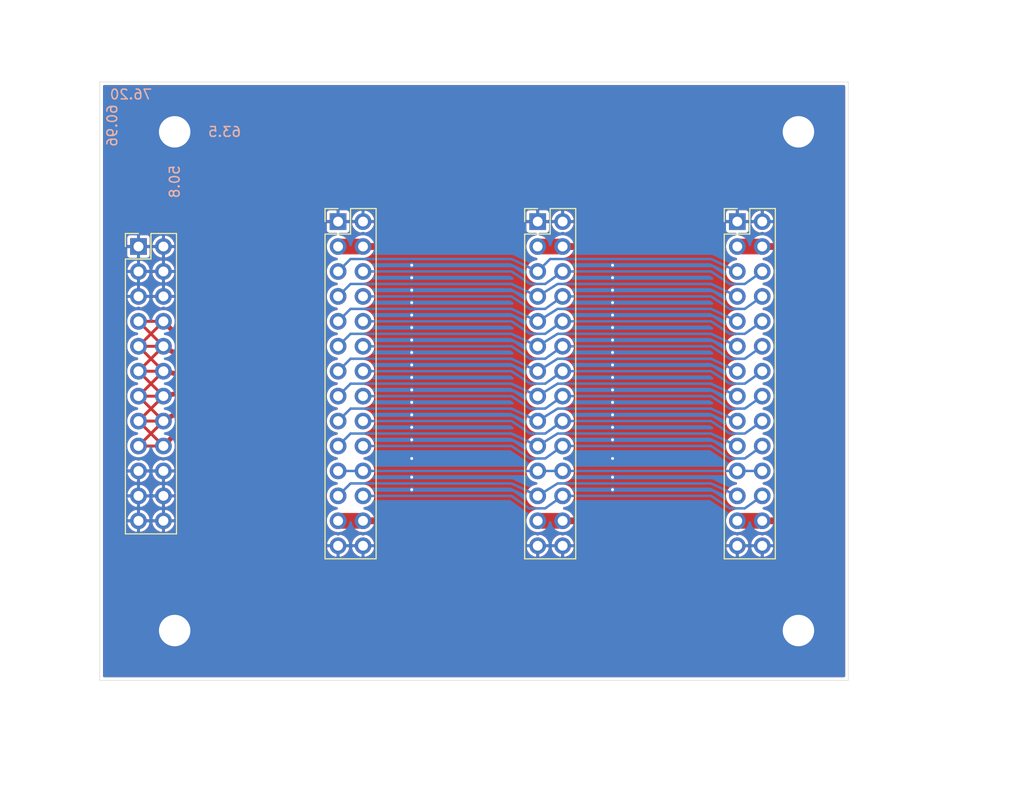
<source format=kicad_pcb>
(kicad_pcb (version 20171130) (host pcbnew 5.1.5+dfsg1-2build2)
  (layers (0 F.Cu signal) (31 B.Cu signal) (34 B.Paste user) (35 F.Paste user) (36 B.SilkS user) (37 F.SilkS user) (38 B.Mask user) (39 F.Mask user) (44 Edge.Cuts user))
  (net 0 "")
  (net 1 GND)
  (net 2 +5V)
  (net 3 WR)
  (net 4 RD)
  (net 5 CLK)
  (net 6 D7)
  (net 7 A7)
  (net 8 D6)
  (net 9 A6)
  (net 10 D5)
  (net 11 A5)
  (net 12 D4)
  (net 13 A4)
  (net 14 D3)
  (net 15 A3)
  (net 16 D2)
  (net 17 A2)
  (net 18 D1)
  (net 19 A1)
  (net 20 D0)
  (net 21 A0)
  (module Connector_PinHeader_2.54mm:PinHeader_2x14_P2.54mm_Vertical (layer F.Cu) (at 209.677 115.824)
    (fp_text reference J4 hide)
    (fp_text value bus_i hide)
    (fp_line (start -1.33 -1.33) (end 0 -1.33) (layer F.SilkS) (width 0.12))
    (fp_line (start -1.33 0) (end -1.33 -1.33) (layer F.SilkS) (width 0.12))
    (fp_line (start 1.27 -1.33) (end 3.87 -1.33) (layer F.SilkS) (width 0.12))
    (fp_line (start 1.27 1.27) (end 1.27 -1.33) (layer F.SilkS) (width 0.12))
    (fp_line (start -1.33 1.27) (end 1.27 1.27) (layer F.SilkS) (width 0.12))
    (fp_line (start 3.87 -1.33) (end 3.87 34.35) (layer F.SilkS) (width 0.12))
    (fp_line (start -1.33 1.27) (end -1.33 34.35) (layer F.SilkS) (width 0.12))
    (fp_line (start -1.33 34.35) (end 3.87 34.35) (layer F.SilkS) (width 0.12))
    (pad 28 thru_hole oval (at 2.54 33.02) (size 1.7 1.7) (drill 1) (layers *.Cu *.Mask) (net 1 GND))
    (pad 27 thru_hole oval (at 0 33.02) (size 1.7 1.7) (drill 1) (layers *.Cu *.Mask) (net 1 GND))
    (pad 26 thru_hole oval (at 2.54 30.48) (size 1.7 1.7) (drill 1) (layers *.Cu *.Mask) (net 2 +5V))
    (pad 25 thru_hole oval (at 0 30.48) (size 1.7 1.7) (drill 1) (layers *.Cu *.Mask) (net 2 +5V))
    (pad 24 thru_hole oval (at 2.54 27.94) (size 1.7 1.7) (drill 1) (layers *.Cu *.Mask) (net 3 WR))
    (pad 23 thru_hole oval (at 0 27.94) (size 1.7 1.7) (drill 1) (layers *.Cu *.Mask) (net 4 RD))
    (pad 22 thru_hole oval (at 2.54 25.4) (size 1.7 1.7) (drill 1) (layers *.Cu *.Mask) (net 5 CLK))
    (pad 21 thru_hole oval (at 0 25.4) (size 1.7 1.7) (drill 1) (layers *.Cu *.Mask) (net 5 CLK))
    (pad 20 thru_hole oval (at 2.54 22.86) (size 1.7 1.7) (drill 1) (layers *.Cu *.Mask) (net 6 D7))
    (pad 19 thru_hole oval (at 0 22.86) (size 1.7 1.7) (drill 1) (layers *.Cu *.Mask) (net 7 A7))
    (pad 18 thru_hole oval (at 2.54 20.32) (size 1.7 1.7) (drill 1) (layers *.Cu *.Mask) (net 8 D6))
    (pad 17 thru_hole oval (at 0 20.32) (size 1.7 1.7) (drill 1) (layers *.Cu *.Mask) (net 9 A6))
    (pad 16 thru_hole oval (at 2.54 17.78) (size 1.7 1.7) (drill 1) (layers *.Cu *.Mask) (net 10 D5))
    (pad 15 thru_hole oval (at 0 17.78) (size 1.7 1.7) (drill 1) (layers *.Cu *.Mask) (net 11 A5))
    (pad 14 thru_hole oval (at 2.54 15.24) (size 1.7 1.7) (drill 1) (layers *.Cu *.Mask) (net 12 D4))
    (pad 13 thru_hole oval (at 0 15.24) (size 1.7 1.7) (drill 1) (layers *.Cu *.Mask) (net 13 A4))
    (pad 12 thru_hole oval (at 2.54 12.7) (size 1.7 1.7) (drill 1) (layers *.Cu *.Mask) (net 14 D3))
    (pad 11 thru_hole oval (at 0 12.7) (size 1.7 1.7) (drill 1) (layers *.Cu *.Mask) (net 15 A3))
    (pad 10 thru_hole oval (at 2.54 10.16) (size 1.7 1.7) (drill 1) (layers *.Cu *.Mask) (net 16 D2))
    (pad 9 thru_hole oval (at 0 10.16) (size 1.7 1.7) (drill 1) (layers *.Cu *.Mask) (net 17 A2))
    (pad 8 thru_hole oval (at 2.54 7.62) (size 1.7 1.7) (drill 1) (layers *.Cu *.Mask) (net 18 D1))
    (pad 7 thru_hole oval (at 0 7.62) (size 1.7 1.7) (drill 1) (layers *.Cu *.Mask) (net 19 A1))
    (pad 6 thru_hole oval (at 2.54 5.08) (size 1.7 1.7) (drill 1) (layers *.Cu *.Mask) (net 20 D0))
    (pad 5 thru_hole oval (at 0 5.08) (size 1.7 1.7) (drill 1) (layers *.Cu *.Mask) (net 21 A0))
    (pad 4 thru_hole oval (at 2.54 2.54) (size 1.7 1.7) (drill 1) (layers *.Cu *.Mask) (net 2 +5V))
    (pad 3 thru_hole oval (at 0 2.54) (size 1.7 1.7) (drill 1) (layers *.Cu *.Mask) (net 2 +5V))
    (pad 2 thru_hole oval (at 2.54 0) (size 1.7 1.7) (drill 1) (layers *.Cu *.Mask) (net 1 GND))
    (pad 1 thru_hole rect (at 0 0) (size 1.7 1.7) (drill 1) (layers *.Cu *.Mask) (net 1 GND))
  )
  (module Connector_PinHeader_2.54mm:PinHeader_2x14_P2.54mm_Vertical (layer F.Cu) (at 189.357 115.824)
    (fp_text reference J3 hide)
    (fp_text value bus_i hide)
    (fp_line (start -1.33 -1.33) (end 0 -1.33) (layer F.SilkS) (width 0.12))
    (fp_line (start -1.33 0) (end -1.33 -1.33) (layer F.SilkS) (width 0.12))
    (fp_line (start 1.27 -1.33) (end 3.87 -1.33) (layer F.SilkS) (width 0.12))
    (fp_line (start 1.27 1.27) (end 1.27 -1.33) (layer F.SilkS) (width 0.12))
    (fp_line (start -1.33 1.27) (end 1.27 1.27) (layer F.SilkS) (width 0.12))
    (fp_line (start 3.87 -1.33) (end 3.87 34.35) (layer F.SilkS) (width 0.12))
    (fp_line (start -1.33 1.27) (end -1.33 34.35) (layer F.SilkS) (width 0.12))
    (fp_line (start -1.33 34.35) (end 3.87 34.35) (layer F.SilkS) (width 0.12))
    (pad 28 thru_hole oval (at 2.54 33.02) (size 1.7 1.7) (drill 1) (layers *.Cu *.Mask) (net 1 GND))
    (pad 27 thru_hole oval (at 0 33.02) (size 1.7 1.7) (drill 1) (layers *.Cu *.Mask) (net 1 GND))
    (pad 26 thru_hole oval (at 2.54 30.48) (size 1.7 1.7) (drill 1) (layers *.Cu *.Mask) (net 2 +5V))
    (pad 25 thru_hole oval (at 0 30.48) (size 1.7 1.7) (drill 1) (layers *.Cu *.Mask) (net 2 +5V))
    (pad 24 thru_hole oval (at 2.54 27.94) (size 1.7 1.7) (drill 1) (layers *.Cu *.Mask) (net 3 WR))
    (pad 23 thru_hole oval (at 0 27.94) (size 1.7 1.7) (drill 1) (layers *.Cu *.Mask) (net 4 RD))
    (pad 22 thru_hole oval (at 2.54 25.4) (size 1.7 1.7) (drill 1) (layers *.Cu *.Mask) (net 5 CLK))
    (pad 21 thru_hole oval (at 0 25.4) (size 1.7 1.7) (drill 1) (layers *.Cu *.Mask) (net 5 CLK))
    (pad 20 thru_hole oval (at 2.54 22.86) (size 1.7 1.7) (drill 1) (layers *.Cu *.Mask) (net 6 D7))
    (pad 19 thru_hole oval (at 0 22.86) (size 1.7 1.7) (drill 1) (layers *.Cu *.Mask) (net 7 A7))
    (pad 18 thru_hole oval (at 2.54 20.32) (size 1.7 1.7) (drill 1) (layers *.Cu *.Mask) (net 8 D6))
    (pad 17 thru_hole oval (at 0 20.32) (size 1.7 1.7) (drill 1) (layers *.Cu *.Mask) (net 9 A6))
    (pad 16 thru_hole oval (at 2.54 17.78) (size 1.7 1.7) (drill 1) (layers *.Cu *.Mask) (net 10 D5))
    (pad 15 thru_hole oval (at 0 17.78) (size 1.7 1.7) (drill 1) (layers *.Cu *.Mask) (net 11 A5))
    (pad 14 thru_hole oval (at 2.54 15.24) (size 1.7 1.7) (drill 1) (layers *.Cu *.Mask) (net 12 D4))
    (pad 13 thru_hole oval (at 0 15.24) (size 1.7 1.7) (drill 1) (layers *.Cu *.Mask) (net 13 A4))
    (pad 12 thru_hole oval (at 2.54 12.7) (size 1.7 1.7) (drill 1) (layers *.Cu *.Mask) (net 14 D3))
    (pad 11 thru_hole oval (at 0 12.7) (size 1.7 1.7) (drill 1) (layers *.Cu *.Mask) (net 15 A3))
    (pad 10 thru_hole oval (at 2.54 10.16) (size 1.7 1.7) (drill 1) (layers *.Cu *.Mask) (net 16 D2))
    (pad 9 thru_hole oval (at 0 10.16) (size 1.7 1.7) (drill 1) (layers *.Cu *.Mask) (net 17 A2))
    (pad 8 thru_hole oval (at 2.54 7.62) (size 1.7 1.7) (drill 1) (layers *.Cu *.Mask) (net 18 D1))
    (pad 7 thru_hole oval (at 0 7.62) (size 1.7 1.7) (drill 1) (layers *.Cu *.Mask) (net 19 A1))
    (pad 6 thru_hole oval (at 2.54 5.08) (size 1.7 1.7) (drill 1) (layers *.Cu *.Mask) (net 20 D0))
    (pad 5 thru_hole oval (at 0 5.08) (size 1.7 1.7) (drill 1) (layers *.Cu *.Mask) (net 21 A0))
    (pad 4 thru_hole oval (at 2.54 2.54) (size 1.7 1.7) (drill 1) (layers *.Cu *.Mask) (net 2 +5V))
    (pad 3 thru_hole oval (at 0 2.54) (size 1.7 1.7) (drill 1) (layers *.Cu *.Mask) (net 2 +5V))
    (pad 2 thru_hole oval (at 2.54 0) (size 1.7 1.7) (drill 1) (layers *.Cu *.Mask) (net 1 GND))
    (pad 1 thru_hole rect (at 0 0) (size 1.7 1.7) (drill 1) (layers *.Cu *.Mask) (net 1 GND))
  )
  (module Connector_PinHeader_2.54mm:PinHeader_2x14_P2.54mm_Vertical (layer F.Cu) (at 169.037 115.824)
    (fp_text reference J2 hide)
    (fp_text value bus_i hide)
    (fp_line (start -1.33 -1.33) (end 0 -1.33) (layer F.SilkS) (width 0.12))
    (fp_line (start -1.33 0) (end -1.33 -1.33) (layer F.SilkS) (width 0.12))
    (fp_line (start 1.27 -1.33) (end 3.87 -1.33) (layer F.SilkS) (width 0.12))
    (fp_line (start 1.27 1.27) (end 1.27 -1.33) (layer F.SilkS) (width 0.12))
    (fp_line (start -1.33 1.27) (end 1.27 1.27) (layer F.SilkS) (width 0.12))
    (fp_line (start 3.87 -1.33) (end 3.87 34.35) (layer F.SilkS) (width 0.12))
    (fp_line (start -1.33 1.27) (end -1.33 34.35) (layer F.SilkS) (width 0.12))
    (fp_line (start -1.33 34.35) (end 3.87 34.35) (layer F.SilkS) (width 0.12))
    (pad 28 thru_hole oval (at 2.54 33.02) (size 1.7 1.7) (drill 1) (layers *.Cu *.Mask) (net 1 GND))
    (pad 27 thru_hole oval (at 0 33.02) (size 1.7 1.7) (drill 1) (layers *.Cu *.Mask) (net 1 GND))
    (pad 26 thru_hole oval (at 2.54 30.48) (size 1.7 1.7) (drill 1) (layers *.Cu *.Mask) (net 2 +5V))
    (pad 25 thru_hole oval (at 0 30.48) (size 1.7 1.7) (drill 1) (layers *.Cu *.Mask) (net 2 +5V))
    (pad 24 thru_hole oval (at 2.54 27.94) (size 1.7 1.7) (drill 1) (layers *.Cu *.Mask) (net 3 WR))
    (pad 23 thru_hole oval (at 0 27.94) (size 1.7 1.7) (drill 1) (layers *.Cu *.Mask) (net 4 RD))
    (pad 22 thru_hole oval (at 2.54 25.4) (size 1.7 1.7) (drill 1) (layers *.Cu *.Mask) (net 5 CLK))
    (pad 21 thru_hole oval (at 0 25.4) (size 1.7 1.7) (drill 1) (layers *.Cu *.Mask) (net 5 CLK))
    (pad 20 thru_hole oval (at 2.54 22.86) (size 1.7 1.7) (drill 1) (layers *.Cu *.Mask) (net 6 D7))
    (pad 19 thru_hole oval (at 0 22.86) (size 1.7 1.7) (drill 1) (layers *.Cu *.Mask) (net 7 A7))
    (pad 18 thru_hole oval (at 2.54 20.32) (size 1.7 1.7) (drill 1) (layers *.Cu *.Mask) (net 8 D6))
    (pad 17 thru_hole oval (at 0 20.32) (size 1.7 1.7) (drill 1) (layers *.Cu *.Mask) (net 9 A6))
    (pad 16 thru_hole oval (at 2.54 17.78) (size 1.7 1.7) (drill 1) (layers *.Cu *.Mask) (net 10 D5))
    (pad 15 thru_hole oval (at 0 17.78) (size 1.7 1.7) (drill 1) (layers *.Cu *.Mask) (net 11 A5))
    (pad 14 thru_hole oval (at 2.54 15.24) (size 1.7 1.7) (drill 1) (layers *.Cu *.Mask) (net 12 D4))
    (pad 13 thru_hole oval (at 0 15.24) (size 1.7 1.7) (drill 1) (layers *.Cu *.Mask) (net 13 A4))
    (pad 12 thru_hole oval (at 2.54 12.7) (size 1.7 1.7) (drill 1) (layers *.Cu *.Mask) (net 14 D3))
    (pad 11 thru_hole oval (at 0 12.7) (size 1.7 1.7) (drill 1) (layers *.Cu *.Mask) (net 15 A3))
    (pad 10 thru_hole oval (at 2.54 10.16) (size 1.7 1.7) (drill 1) (layers *.Cu *.Mask) (net 16 D2))
    (pad 9 thru_hole oval (at 0 10.16) (size 1.7 1.7) (drill 1) (layers *.Cu *.Mask) (net 17 A2))
    (pad 8 thru_hole oval (at 2.54 7.62) (size 1.7 1.7) (drill 1) (layers *.Cu *.Mask) (net 18 D1))
    (pad 7 thru_hole oval (at 0 7.62) (size 1.7 1.7) (drill 1) (layers *.Cu *.Mask) (net 19 A1))
    (pad 6 thru_hole oval (at 2.54 5.08) (size 1.7 1.7) (drill 1) (layers *.Cu *.Mask) (net 20 D0))
    (pad 5 thru_hole oval (at 0 5.08) (size 1.7 1.7) (drill 1) (layers *.Cu *.Mask) (net 21 A0))
    (pad 4 thru_hole oval (at 2.54 2.54) (size 1.7 1.7) (drill 1) (layers *.Cu *.Mask) (net 2 +5V))
    (pad 3 thru_hole oval (at 0 2.54) (size 1.7 1.7) (drill 1) (layers *.Cu *.Mask) (net 2 +5V))
    (pad 2 thru_hole oval (at 2.54 0) (size 1.7 1.7) (drill 1) (layers *.Cu *.Mask) (net 1 GND))
    (pad 1 thru_hole rect (at 0 0) (size 1.7 1.7) (drill 1) (layers *.Cu *.Mask) (net 1 GND))
  )
  (module Connector_PinHeader_2.54mm:PinHeader_2x12_P2.54mm_Vertical (layer F.Cu) (at 148.717 118.364)
    (fp_text reference J1 hide)
    (fp_text value bus_power_i hide)
    (fp_line (start -1.33 -1.33) (end 0 -1.33) (layer F.SilkS) (width 0.12))
    (fp_line (start -1.33 0) (end -1.33 -1.33) (layer F.SilkS) (width 0.12))
    (fp_line (start 1.27 -1.33) (end 3.87 -1.33) (layer F.SilkS) (width 0.12))
    (fp_line (start 1.27 1.27) (end 1.27 -1.33) (layer F.SilkS) (width 0.12))
    (fp_line (start -1.33 1.27) (end 1.27 1.27) (layer F.SilkS) (width 0.12))
    (fp_line (start 3.87 -1.33) (end 3.87 29.27) (layer F.SilkS) (width 0.12))
    (fp_line (start -1.33 1.27) (end -1.33 29.27) (layer F.SilkS) (width 0.12))
    (fp_line (start -1.33 29.27) (end 3.87 29.27) (layer F.SilkS) (width 0.12))
    (pad 24 thru_hole oval (at 2.54 27.94) (size 1.7 1.7) (drill 1) (layers *.Cu *.Mask) (net 1 GND))
    (pad 23 thru_hole oval (at 0 27.94) (size 1.7 1.7) (drill 1) (layers *.Cu *.Mask) (net 1 GND))
    (pad 22 thru_hole oval (at 2.54 25.4) (size 1.7 1.7) (drill 1) (layers *.Cu *.Mask) (net 1 GND))
    (pad 21 thru_hole oval (at 0 25.4) (size 1.7 1.7) (drill 1) (layers *.Cu *.Mask) (net 1 GND))
    (pad 20 thru_hole oval (at 2.54 22.86) (size 1.7 1.7) (drill 1) (layers *.Cu *.Mask) (net 1 GND))
    (pad 19 thru_hole oval (at 0 22.86) (size 1.7 1.7) (drill 1) (layers *.Cu *.Mask) (net 1 GND))
    (pad 18 thru_hole oval (at 2.54 20.32) (size 1.7 1.7) (drill 1) (layers *.Cu *.Mask) (net 2 +5V))
    (pad 17 thru_hole oval (at 0 20.32) (size 1.7 1.7) (drill 1) (layers *.Cu *.Mask) (net 2 +5V))
    (pad 16 thru_hole oval (at 2.54 17.78) (size 1.7 1.7) (drill 1) (layers *.Cu *.Mask) (net 2 +5V))
    (pad 15 thru_hole oval (at 0 17.78) (size 1.7 1.7) (drill 1) (layers *.Cu *.Mask) (net 2 +5V))
    (pad 14 thru_hole oval (at 2.54 15.24) (size 1.7 1.7) (drill 1) (layers *.Cu *.Mask) (net 2 +5V))
    (pad 13 thru_hole oval (at 0 15.24) (size 1.7 1.7) (drill 1) (layers *.Cu *.Mask) (net 2 +5V))
    (pad 12 thru_hole oval (at 2.54 12.7) (size 1.7 1.7) (drill 1) (layers *.Cu *.Mask) (net 2 +5V))
    (pad 11 thru_hole oval (at 0 12.7) (size 1.7 1.7) (drill 1) (layers *.Cu *.Mask) (net 2 +5V))
    (pad 10 thru_hole oval (at 2.54 10.16) (size 1.7 1.7) (drill 1) (layers *.Cu *.Mask) (net 2 +5V))
    (pad 9 thru_hole oval (at 0 10.16) (size 1.7 1.7) (drill 1) (layers *.Cu *.Mask) (net 2 +5V))
    (pad 8 thru_hole oval (at 2.54 7.62) (size 1.7 1.7) (drill 1) (layers *.Cu *.Mask) (net 2 +5V))
    (pad 7 thru_hole oval (at 0 7.62) (size 1.7 1.7) (drill 1) (layers *.Cu *.Mask) (net 2 +5V))
    (pad 6 thru_hole oval (at 2.54 5.08) (size 1.7 1.7) (drill 1) (layers *.Cu *.Mask) (net 1 GND))
    (pad 5 thru_hole oval (at 0 5.08) (size 1.7 1.7) (drill 1) (layers *.Cu *.Mask) (net 1 GND))
    (pad 4 thru_hole oval (at 2.54 2.54) (size 1.7 1.7) (drill 1) (layers *.Cu *.Mask) (net 1 GND))
    (pad 3 thru_hole oval (at 0 2.54) (size 1.7 1.7) (drill 1) (layers *.Cu *.Mask) (net 1 GND))
    (pad 2 thru_hole oval (at 2.54 0) (size 1.7 1.7) (drill 1) (layers *.Cu *.Mask) (net 1 GND))
    (pad 1 thru_hole rect (at 0 0) (size 1.7 1.7) (drill 1) (layers *.Cu *.Mask) (net 1 GND))
  )
  (module MountingHole:MountingHole_3.2mm_M3_DIN965_Pad (layer F.Cu) (at 215.9 157.48)
    (fp_text reference H4 hide)
    (fp_text value MountingHole_Pad hide)
    (pad 1 thru_hole circle (at 0 0) (size 5.6 5.6) (drill 3.2) (layers *.Cu *.Mask) (net 1 GND))
  )
  (module MountingHole:MountingHole_3.2mm_M3_DIN965_Pad (layer F.Cu) (at 152.4 157.48)
    (fp_text reference H3 hide)
    (fp_text value MountingHole_Pad hide)
    (pad 1 thru_hole circle (at 0 0) (size 5.6 5.6) (drill 3.2) (layers *.Cu *.Mask) (net 1 GND))
  )
  (module MountingHole:MountingHole_3.2mm_M3_DIN965_Pad (layer F.Cu) (at 215.9 106.68)
    (fp_text reference H2 hide)
    (fp_text value MountingHole_Pad hide)
    (pad 1 thru_hole circle (at 0 0) (size 5.6 5.6) (drill 3.2) (layers *.Cu *.Mask) (net 1 GND))
  )
  (module MountingHole:MountingHole_3.2mm_M3_DIN965_Pad (layer F.Cu) (at 152.4 106.68)
    (fp_text reference H1 hide)
    (fp_text value MountingHole_Pad hide)
    (pad 1 thru_hole circle (at 0 0) (size 5.6 5.6) (drill 3.2) (layers *.Cu *.Mask) (net 1 GND))
  )
  (gr_text 76.20 (at 147.955 102.87) (layer B.SilkS) (effects (font (size 1 1)) (justify mirror)))
  (gr_text 60.96 (at 146.05 106.045 90) (layer B.SilkS) (effects (font (size 1 1)) (justify mirror)))
  (gr_text 50.8 (at 152.4 111.76 90) (layer B.SilkS) (effects (font (size 1 1)) (justify mirror)))
  (gr_text 63.5 (at 157.48 106.68) (layer B.SilkS) (effects (font (size 1 1)) (justify mirror)))
  (gr_line (start 144.78 162.56) (end 144.78 101.6) (layer Edge.Cuts) (width 0.05))
  (gr_line (start 220.98 162.56) (end 144.78 162.56) (layer Edge.Cuts) (width 0.05))
  (gr_line (start 220.98 101.6) (end 220.98 162.56) (layer Edge.Cuts) (width 0.05))
  (gr_line (start 144.78 101.6) (end 220.98 101.6) (layer Edge.Cuts) (width 0.05))
  (via (at 196.977 139.954) (size 0.6) (drill 0.3) (layers F.Cu B.Cu) (net 1))
  (via (at 176.53 138.049) (size 0.6) (drill 0.3) (layers F.Cu B.Cu) (net 1))
  (via (at 176.53 141.859) (size 0.6) (drill 0.3) (layers F.Cu B.Cu) (net 1))
  (via (at 176.53 143.129) (size 0.6) (drill 0.3) (layers F.Cu B.Cu) (net 1))
  (via (at 176.53 136.779) (size 0.6) (drill 0.3) (layers F.Cu B.Cu) (net 1))
  (via (at 176.53 135.509) (size 0.6) (drill 0.3) (layers F.Cu B.Cu) (net 1))
  (via (at 176.53 134.239) (size 0.6) (drill 0.3) (layers F.Cu B.Cu) (net 1))
  (via (at 176.53 132.969) (size 0.6) (drill 0.3) (layers F.Cu B.Cu) (net 1))
  (via (at 176.53 131.699) (size 0.6) (drill 0.3) (layers F.Cu B.Cu) (net 1))
  (via (at 176.53 130.429) (size 0.6) (drill 0.3) (layers F.Cu B.Cu) (net 1))
  (via (at 176.53 129.159) (size 0.6) (drill 0.3) (layers F.Cu B.Cu) (net 1))
  (via (at 176.53 127.889) (size 0.6) (drill 0.3) (layers F.Cu B.Cu) (net 1))
  (via (at 176.53 126.619) (size 0.6) (drill 0.3) (layers F.Cu B.Cu) (net 1))
  (via (at 176.53 125.349) (size 0.6) (drill 0.3) (layers F.Cu B.Cu) (net 1))
  (via (at 176.53 124.079) (size 0.6) (drill 0.3) (layers F.Cu B.Cu) (net 1))
  (via (at 176.53 122.809) (size 0.6) (drill 0.3) (layers F.Cu B.Cu) (net 1))
  (via (at 176.53 121.539) (size 0.6) (drill 0.3) (layers F.Cu B.Cu) (net 1))
  (via (at 176.53 120.269) (size 0.6) (drill 0.3) (layers F.Cu B.Cu) (net 1))
  (via (at 176.53 139.954) (size 0.6) (drill 0.3) (layers F.Cu B.Cu) (net 1))
  (via (at 196.977 141.859) (size 0.6) (drill 0.3) (layers F.Cu B.Cu) (net 1))
  (via (at 196.977 143.129) (size 0.6) (drill 0.3) (layers F.Cu B.Cu) (net 1))
  (via (at 196.977 138.049) (size 0.6) (drill 0.3) (layers F.Cu B.Cu) (net 1))
  (via (at 196.977 136.779) (size 0.6) (drill 0.3) (layers F.Cu B.Cu) (net 1))
  (via (at 196.977 135.509) (size 0.6) (drill 0.3) (layers F.Cu B.Cu) (net 1))
  (via (at 196.977 134.239) (size 0.6) (drill 0.3) (layers F.Cu B.Cu) (net 1))
  (via (at 196.977 132.969) (size 0.6) (drill 0.3) (layers F.Cu B.Cu) (net 1))
  (via (at 196.977 131.699) (size 0.6) (drill 0.3) (layers F.Cu B.Cu) (net 1))
  (via (at 196.977 130.429) (size 0.6) (drill 0.3) (layers F.Cu B.Cu) (net 1))
  (via (at 196.977 129.159) (size 0.6) (drill 0.3) (layers F.Cu B.Cu) (net 1))
  (via (at 196.977 127.889) (size 0.6) (drill 0.3) (layers F.Cu B.Cu) (net 1))
  (via (at 196.977 126.619) (size 0.6) (drill 0.3) (layers F.Cu B.Cu) (net 1))
  (via (at 196.977 125.349) (size 0.6) (drill 0.3) (layers F.Cu B.Cu) (net 1))
  (via (at 196.977 124.079) (size 0.6) (drill 0.3) (layers F.Cu B.Cu) (net 1))
  (via (at 196.977 122.809) (size 0.6) (drill 0.3) (layers F.Cu B.Cu) (net 1))
  (via (at 196.977 121.539) (size 0.6) (drill 0.3) (layers F.Cu B.Cu) (net 1))
  (via (at 196.977 120.269) (size 0.6) (drill 0.3) (layers F.Cu B.Cu) (net 1))
  (segment (start 148.717 125.984) (end 151.257 125.984) (width 0.3) (layer F.Cu) (net 2))
  (segment (start 148.717 128.524) (end 151.257 128.524) (width 0.3) (layer F.Cu) (net 2))
  (segment (start 148.717 131.064) (end 151.257 131.064) (width 0.3) (layer F.Cu) (net 2))
  (segment (start 148.717 133.604) (end 151.257 133.604) (width 0.3) (layer F.Cu) (net 2))
  (segment (start 148.717 136.144) (end 151.257 136.144) (width 0.3) (layer F.Cu) (net 2))
  (segment (start 148.717 138.684) (end 151.257 138.684) (width 0.3) (layer F.Cu) (net 2))
  (segment (start 148.717 138.684) (end 151.257 136.144) (width 0.3) (layer F.Cu) (net 2))
  (segment (start 148.717 136.144) (end 151.257 138.684) (width 0.3) (layer F.Cu) (net 2))
  (segment (start 148.717 136.144) (end 151.257 133.604) (width 0.3) (layer F.Cu) (net 2))
  (segment (start 151.257 136.144) (end 148.717 133.604) (width 0.3) (layer F.Cu) (net 2))
  (segment (start 148.717 133.604) (end 151.257 131.064) (width 0.3) (layer F.Cu) (net 2))
  (segment (start 151.257 133.604) (end 148.717 131.064) (width 0.3) (layer F.Cu) (net 2))
  (segment (start 148.717 131.064) (end 151.257 128.524) (width 0.3) (layer F.Cu) (net 2))
  (segment (start 151.257 131.064) (end 148.717 128.524) (width 0.3) (layer F.Cu) (net 2))
  (segment (start 151.257 128.524) (end 148.717 125.984) (width 0.3) (layer F.Cu) (net 2))
  (segment (start 148.717 128.524) (end 151.257 125.984) (width 0.3) (layer F.Cu) (net 2))
  (segment (start 151.257 138.684) (end 157.48 132.334) (width 0.5) (layer F.Cu) (net 2))
  (segment (start 151.257 136.144) (end 157.48 132.334) (width 0.5) (layer F.Cu) (net 2))
  (segment (start 151.257 133.604) (end 157.48 132.334) (width 0.5) (layer F.Cu) (net 2))
  (segment (start 151.257 128.524) (end 157.48 132.334) (width 0.5) (layer F.Cu) (net 2))
  (segment (start 151.257 125.984) (end 157.48 132.334) (width 0.5) (layer F.Cu) (net 2))
  (segment (start 151.257 131.064) (end 157.48 132.334) (width 0.5) (layer F.Cu) (net 2))
  (segment (start 169.037 146.304) (end 171.577 146.304) (width 1.6) (layer F.Cu) (net 2))
  (segment (start 189.357 146.304) (end 191.897 146.304) (width 1.6) (layer F.Cu) (net 2))
  (segment (start 209.677 146.304) (end 212.217 146.304) (width 1.6) (layer F.Cu) (net 2))
  (segment (start 169.037 118.364) (end 171.577 118.364) (width 1.6) (layer F.Cu) (net 2))
  (segment (start 189.357 118.364) (end 191.897 118.364) (width 1.6) (layer F.Cu) (net 2))
  (segment (start 209.677 118.364) (end 212.217 118.364) (width 1.6) (layer F.Cu) (net 2))
  (segment (start 166.37 152.4) (end 173.99 152.4) (width 1.6) (layer F.Cu) (net 2))
  (segment (start 157.48 132.334) (end 166.37 152.4) (width 1.6) (layer F.Cu) (net 2))
  (segment (start 173.99 146.304) (end 171.577 146.304) (width 0.7) (layer F.Cu) (net 2))
  (segment (start 173.99 152.4) (end 173.99 146.304) (width 0.7) (layer F.Cu) (net 2))
  (segment (start 194.31 146.304) (end 191.897 146.304) (width 0.7) (layer F.Cu) (net 2))
  (segment (start 194.31 152.4) (end 194.31 146.304) (width 0.7) (layer F.Cu) (net 2))
  (segment (start 173.99 152.4) (end 194.31 152.4) (width 1.6) (layer F.Cu) (net 2))
  (segment (start 214.63 152.4) (end 215.9 152.4) (width 1.6) (layer F.Cu) (net 2))
  (segment (start 194.31 152.4) (end 214.63 152.4) (width 1.6) (layer F.Cu) (net 2))
  (segment (start 214.757 146.304) (end 212.217 146.304) (width 0.7) (layer F.Cu) (net 2))
  (segment (start 214.63 152.4) (end 214.757 146.304) (width 0.7) (layer F.Cu) (net 2))
  (segment (start 166.497 111.633) (end 173.736 111.633) (width 1.6) (layer F.Cu) (net 2))
  (segment (start 157.48 132.334) (end 166.497 111.633) (width 1.6) (layer F.Cu) (net 2))
  (segment (start 173.736 111.633) (end 194.269109 111.633) (width 1.6) (layer F.Cu) (net 2))
  (segment (start 214.503 111.633) (end 215.773 111.633) (width 1.6) (layer F.Cu) (net 2))
  (segment (start 194.269109 111.633) (end 214.503 111.633) (width 1.6) (layer F.Cu) (net 2))
  (segment (start 173.736 118.364) (end 171.577 118.364) (width 0.7) (layer F.Cu) (net 2))
  (segment (start 173.736 111.633) (end 173.736 118.364) (width 0.7) (layer F.Cu) (net 2))
  (segment (start 194.31 118.364) (end 191.897 118.364) (width 0.7) (layer F.Cu) (net 2))
  (segment (start 194.269109 111.633) (end 194.31 118.364) (width 0.7) (layer F.Cu) (net 2))
  (segment (start 214.503 118.364) (end 212.217 118.364) (width 0.7) (layer F.Cu) (net 2))
  (segment (start 214.503 111.633) (end 214.503 118.364) (width 0.7) (layer F.Cu) (net 2))
  (segment (start 188.468 145.034) (end 190.119 145.034) (width 0.25) (layer B.Cu) (net 3))
  (segment (start 186.69 143.764) (end 188.468 145.034) (width 0.25) (layer B.Cu) (net 3))
  (segment (start 190.119 145.034) (end 191.897 143.764) (width 0.25) (layer B.Cu) (net 3))
  (segment (start 171.577 143.764) (end 186.69 143.764) (width 0.25) (layer B.Cu) (net 3))
  (segment (start 212.217 143.764) (end 210.439 145.034) (width 0.25) (layer B.Cu) (net 3))
  (segment (start 210.439 145.034) (end 208.915 145.034) (width 0.25) (layer B.Cu) (net 3))
  (segment (start 208.915 145.034) (end 207.01 143.764) (width 0.25) (layer B.Cu) (net 3))
  (segment (start 207.01 143.764) (end 191.897 143.764) (width 0.25) (layer B.Cu) (net 3))
  (segment (start 169.037 143.764) (end 170.307 142.494) (width 0.25) (layer B.Cu) (net 4))
  (segment (start 170.307 142.494) (end 186.69 142.494) (width 0.25) (layer B.Cu) (net 4))
  (segment (start 186.69 142.494) (end 189.357 143.764) (width 0.25) (layer B.Cu) (net 4))
  (segment (start 189.357 143.764) (end 191.389 142.494) (width 0.25) (layer B.Cu) (net 4))
  (segment (start 191.389 142.494) (end 207.01 142.494) (width 0.25) (layer B.Cu) (net 4))
  (segment (start 207.01 142.494) (end 209.677 143.764) (width 0.25) (layer B.Cu) (net 4))
  (segment (start 169.037 141.224) (end 171.577 141.224) (width 0.25) (layer B.Cu) (net 5))
  (segment (start 171.577 141.224) (end 189.357 141.224) (width 0.25) (layer B.Cu) (net 5))
  (segment (start 189.357 141.224) (end 191.897 141.224) (width 0.25) (layer B.Cu) (net 5))
  (segment (start 191.897 141.224) (end 209.677 141.224) (width 0.25) (layer B.Cu) (net 5))
  (segment (start 209.677 141.224) (end 212.217 141.224) (width 0.25) (layer B.Cu) (net 5))
  (segment (start 188.595 139.954) (end 190.119 139.954) (width 0.25) (layer B.Cu) (net 6))
  (segment (start 186.69 138.684) (end 188.595 139.954) (width 0.25) (layer B.Cu) (net 6))
  (segment (start 190.119 139.954) (end 191.897 138.684) (width 0.25) (layer B.Cu) (net 6))
  (segment (start 171.577 138.684) (end 186.69 138.684) (width 0.25) (layer B.Cu) (net 6))
  (segment (start 212.217 138.684) (end 210.439 139.954) (width 0.25) (layer B.Cu) (net 6))
  (segment (start 210.439 139.954) (end 208.915 139.954) (width 0.25) (layer B.Cu) (net 6))
  (segment (start 208.915 139.954) (end 207.01 138.684) (width 0.25) (layer B.Cu) (net 6))
  (segment (start 207.01 138.684) (end 191.897 138.684) (width 0.25) (layer B.Cu) (net 6))
  (segment (start 169.037 138.684) (end 170.307 137.414) (width 0.25) (layer B.Cu) (net 7))
  (segment (start 170.307 137.414) (end 186.69 137.414) (width 0.25) (layer B.Cu) (net 7))
  (segment (start 186.69 137.414) (end 189.357 138.684) (width 0.25) (layer B.Cu) (net 7))
  (segment (start 189.357 138.684) (end 191.389 137.414) (width 0.25) (layer B.Cu) (net 7))
  (segment (start 191.389 137.414) (end 207.01 137.414) (width 0.25) (layer B.Cu) (net 7))
  (segment (start 207.01 137.414) (end 209.677 138.684) (width 0.25) (layer B.Cu) (net 7))
  (segment (start 190.119 137.414) (end 191.897 136.144) (width 0.25) (layer B.Cu) (net 8))
  (segment (start 186.69 136.144) (end 188.595 137.414) (width 0.25) (layer B.Cu) (net 8))
  (segment (start 188.595 137.414) (end 190.119 137.414) (width 0.25) (layer B.Cu) (net 8))
  (segment (start 171.577 136.144) (end 186.69 136.144) (width 0.25) (layer B.Cu) (net 8))
  (segment (start 212.217 136.144) (end 210.439 137.414) (width 0.25) (layer B.Cu) (net 8))
  (segment (start 210.439 137.414) (end 208.915 137.414) (width 0.25) (layer B.Cu) (net 8))
  (segment (start 208.915 137.414) (end 207.01 136.144) (width 0.25) (layer B.Cu) (net 8))
  (segment (start 207.01 136.144) (end 191.897 136.144) (width 0.25) (layer B.Cu) (net 8))
  (segment (start 169.037 136.144) (end 170.307 134.874) (width 0.25) (layer B.Cu) (net 9))
  (segment (start 170.307 134.874) (end 186.69 134.874) (width 0.25) (layer B.Cu) (net 9))
  (segment (start 186.69 134.874) (end 189.357 136.144) (width 0.25) (layer B.Cu) (net 9))
  (segment (start 189.357 136.144) (end 191.389 134.874) (width 0.25) (layer B.Cu) (net 9))
  (segment (start 191.389 134.874) (end 207.01 134.874) (width 0.25) (layer B.Cu) (net 9))
  (segment (start 207.01 134.874) (end 209.677 136.144) (width 0.25) (layer B.Cu) (net 9))
  (segment (start 190.119 134.874) (end 191.897 133.604) (width 0.25) (layer B.Cu) (net 10))
  (segment (start 188.595 134.874) (end 190.119 134.874) (width 0.25) (layer B.Cu) (net 10))
  (segment (start 186.69 133.604) (end 188.595 134.874) (width 0.25) (layer B.Cu) (net 10))
  (segment (start 171.577 133.604) (end 186.69 133.604) (width 0.25) (layer B.Cu) (net 10))
  (segment (start 212.217 133.604) (end 210.439 134.874) (width 0.25) (layer B.Cu) (net 10))
  (segment (start 210.439 134.874) (end 208.915 134.874) (width 0.25) (layer B.Cu) (net 10))
  (segment (start 208.915 134.874) (end 207.01 133.604) (width 0.25) (layer B.Cu) (net 10))
  (segment (start 207.01 133.604) (end 191.897 133.604) (width 0.25) (layer B.Cu) (net 10))
  (segment (start 169.037 133.604) (end 170.307 132.334) (width 0.25) (layer B.Cu) (net 11))
  (segment (start 170.307 132.334) (end 186.69 132.334) (width 0.25) (layer B.Cu) (net 11))
  (segment (start 186.69 132.334) (end 189.357 133.604) (width 0.25) (layer B.Cu) (net 11))
  (segment (start 189.357 133.604) (end 191.389 132.334) (width 0.25) (layer B.Cu) (net 11))
  (segment (start 191.389 132.334) (end 207.01 132.334) (width 0.25) (layer B.Cu) (net 11))
  (segment (start 207.01 132.334) (end 209.677 133.604) (width 0.25) (layer B.Cu) (net 11))
  (segment (start 188.595 132.334) (end 190.119 132.334) (width 0.25) (layer B.Cu) (net 12))
  (segment (start 190.119 132.334) (end 191.897 131.064) (width 0.25) (layer B.Cu) (net 12))
  (segment (start 186.69 131.064) (end 188.595 132.334) (width 0.25) (layer B.Cu) (net 12))
  (segment (start 171.577 131.064) (end 186.69 131.064) (width 0.25) (layer B.Cu) (net 12))
  (segment (start 212.217 131.064) (end 210.439 132.334) (width 0.25) (layer B.Cu) (net 12))
  (segment (start 210.439 132.334) (end 208.915 132.334) (width 0.25) (layer B.Cu) (net 12))
  (segment (start 208.915 132.334) (end 207.01 131.064) (width 0.25) (layer B.Cu) (net 12))
  (segment (start 207.01 131.064) (end 191.897 131.064) (width 0.25) (layer B.Cu) (net 12))
  (segment (start 169.037 131.064) (end 170.307 129.794) (width 0.25) (layer B.Cu) (net 13))
  (segment (start 170.307 129.794) (end 186.69 129.794) (width 0.25) (layer B.Cu) (net 13))
  (segment (start 186.69 129.794) (end 189.357 131.064) (width 0.25) (layer B.Cu) (net 13))
  (segment (start 189.357 131.064) (end 191.389 129.794) (width 0.25) (layer B.Cu) (net 13))
  (segment (start 191.389 129.794) (end 207.01 129.794) (width 0.25) (layer B.Cu) (net 13))
  (segment (start 207.01 129.794) (end 209.677 131.064) (width 0.25) (layer B.Cu) (net 13))
  (segment (start 190.119 129.794) (end 191.897 128.524) (width 0.25) (layer B.Cu) (net 14))
  (segment (start 188.595 129.794) (end 190.119 129.794) (width 0.25) (layer B.Cu) (net 14))
  (segment (start 186.69 128.524) (end 188.595 129.794) (width 0.25) (layer B.Cu) (net 14))
  (segment (start 171.577 128.524) (end 186.69 128.524) (width 0.25) (layer B.Cu) (net 14))
  (segment (start 191.897 128.524) (end 207.01 128.524) (width 0.25) (layer B.Cu) (net 14))
  (segment (start 207.01 128.524) (end 208.915 129.794) (width 0.25) (layer B.Cu) (net 14))
  (segment (start 208.915 129.794) (end 210.439 129.794) (width 0.25) (layer B.Cu) (net 14))
  (segment (start 210.439 129.794) (end 212.217 128.524) (width 0.25) (layer B.Cu) (net 14))
  (segment (start 169.037 128.524) (end 170.307 127.254) (width 0.25) (layer B.Cu) (net 15))
  (segment (start 170.307 127.254) (end 186.69 127.254) (width 0.25) (layer B.Cu) (net 15))
  (segment (start 186.69 127.254) (end 189.357 128.524) (width 0.25) (layer B.Cu) (net 15))
  (segment (start 189.357 128.524) (end 191.389 127.254) (width 0.25) (layer B.Cu) (net 15))
  (segment (start 191.389 127.254) (end 207.01 127.254) (width 0.25) (layer B.Cu) (net 15))
  (segment (start 207.01 127.254) (end 209.677 128.524) (width 0.25) (layer B.Cu) (net 15))
  (segment (start 190.119 127.254) (end 191.897 125.984) (width 0.25) (layer B.Cu) (net 16))
  (segment (start 186.69 125.984) (end 188.595 127.254) (width 0.25) (layer B.Cu) (net 16))
  (segment (start 188.595 127.254) (end 190.119 127.254) (width 0.25) (layer B.Cu) (net 16))
  (segment (start 171.577 125.984) (end 186.69 125.984) (width 0.25) (layer B.Cu) (net 16))
  (segment (start 210.439 127.254) (end 212.217 125.984) (width 0.25) (layer B.Cu) (net 16))
  (segment (start 208.915 127.254) (end 210.439 127.254) (width 0.25) (layer B.Cu) (net 16))
  (segment (start 207.01 125.984) (end 208.915 127.254) (width 0.25) (layer B.Cu) (net 16))
  (segment (start 191.897 125.984) (end 207.01 125.984) (width 0.25) (layer B.Cu) (net 16))
  (segment (start 169.037 125.984) (end 170.307 124.714) (width 0.25) (layer B.Cu) (net 17))
  (segment (start 170.307 124.714) (end 186.69 124.714) (width 0.25) (layer B.Cu) (net 17))
  (segment (start 186.69 124.714) (end 189.357 125.984) (width 0.25) (layer B.Cu) (net 17))
  (segment (start 189.357 125.984) (end 191.389 124.714) (width 0.25) (layer B.Cu) (net 17))
  (segment (start 191.389 124.714) (end 207.01 124.714) (width 0.25) (layer B.Cu) (net 17))
  (segment (start 207.01 124.714) (end 209.677 125.984) (width 0.25) (layer B.Cu) (net 17))
  (segment (start 190.119 124.714) (end 191.897 123.444) (width 0.25) (layer B.Cu) (net 18))
  (segment (start 188.595 124.714) (end 190.119 124.714) (width 0.25) (layer B.Cu) (net 18))
  (segment (start 186.69 123.444) (end 188.595 124.714) (width 0.25) (layer B.Cu) (net 18))
  (segment (start 171.577 123.444) (end 186.69 123.444) (width 0.25) (layer B.Cu) (net 18))
  (segment (start 191.897 123.444) (end 207.01 123.444) (width 0.25) (layer B.Cu) (net 18))
  (segment (start 207.01 123.444) (end 208.915 124.714) (width 0.25) (layer B.Cu) (net 18))
  (segment (start 208.915 124.714) (end 210.439 124.714) (width 0.25) (layer B.Cu) (net 18))
  (segment (start 210.439 124.714) (end 212.217 123.444) (width 0.25) (layer B.Cu) (net 18))
  (segment (start 186.69 122.174) (end 189.357 123.444) (width 0.25) (layer B.Cu) (net 19))
  (segment (start 170.307 122.174) (end 186.69 122.174) (width 0.25) (layer B.Cu) (net 19))
  (segment (start 169.037 123.444) (end 170.307 122.174) (width 0.25) (layer B.Cu) (net 19))
  (segment (start 207.01 122.174) (end 209.677 123.444) (width 0.25) (layer B.Cu) (net 19))
  (segment (start 191.389 122.174) (end 207.01 122.174) (width 0.25) (layer B.Cu) (net 19))
  (segment (start 189.357 123.444) (end 191.389 122.174) (width 0.25) (layer B.Cu) (net 19))
  (segment (start 190.119 122.174) (end 191.897 120.904) (width 0.25) (layer B.Cu) (net 20))
  (segment (start 188.595 122.174) (end 190.119 122.174) (width 0.25) (layer B.Cu) (net 20))
  (segment (start 186.69 120.904) (end 188.595 122.174) (width 0.25) (layer B.Cu) (net 20))
  (segment (start 171.577 120.904) (end 186.69 120.904) (width 0.25) (layer B.Cu) (net 20))
  (segment (start 210.439 122.174) (end 212.217 120.904) (width 0.25) (layer B.Cu) (net 20))
  (segment (start 207.01 120.904) (end 208.915 122.174) (width 0.25) (layer B.Cu) (net 20))
  (segment (start 208.915 122.174) (end 210.439 122.174) (width 0.25) (layer B.Cu) (net 20))
  (segment (start 191.897 120.904) (end 207.01 120.904) (width 0.25) (layer B.Cu) (net 20))
  (segment (start 186.69 119.634) (end 189.357 120.904) (width 0.25) (layer B.Cu) (net 21))
  (segment (start 170.307 119.634) (end 186.69 119.634) (width 0.25) (layer B.Cu) (net 21))
  (segment (start 169.037 120.904) (end 170.307 119.634) (width 0.25) (layer B.Cu) (net 21))
  (segment (start 189.357 120.904) (end 190.627 119.634) (width 0.25) (layer B.Cu) (net 21))
  (segment (start 190.627 119.634) (end 207.01 119.634) (width 0.25) (layer B.Cu) (net 21))
  (segment (start 207.01 119.634) (end 209.677 120.904) (width 0.25) (layer B.Cu) (net 21))
  (zone (net 1) (net_name GND) (layer F.Cu) (connect_pads (clearance 0.3)) (min_thickness 0.254) (fill yes (arc_segments 32) (thermal_gap 0.3) (thermal_bridge_width 0.3))
    (polygon (pts (xy 226.06 170.18) (xy 137.16 165.1) (xy 142.24 99.06) (xy 228.6 99.06)))
  )
  (zone (net 1) (net_name GND) (layer B.Cu) (connect_pads (clearance 0.3)) (min_thickness 0.254) (fill yes (arc_segments 32) (thermal_gap 0.3) (thermal_bridge_width 0.3))
    (polygon (pts (xy 233.68 175.26) (xy 134.62 172.72) (xy 137.16 96.52) (xy 233.68 93.98)))
  )
)
</source>
